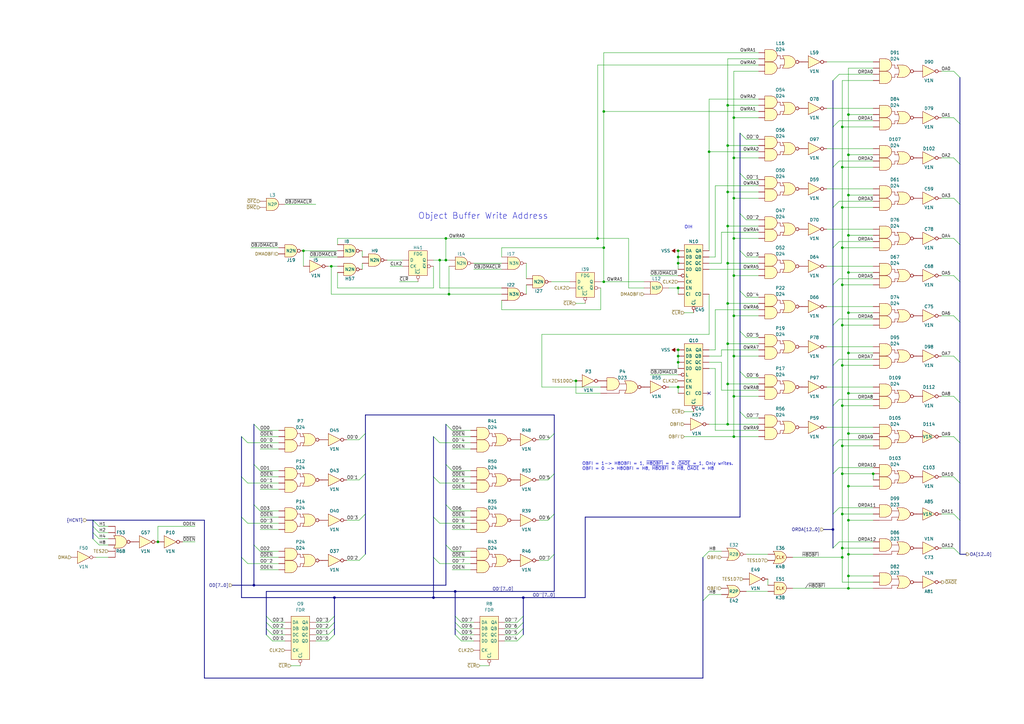
<source format=kicad_sch>
(kicad_sch (version 20230121) (generator eeschema)
  (paper "A3")
  (title_block (title "Konami 007783") (date "2023-10-10"))
  (junction (at 300.99 179.07))
  (junction (at 347.98 241.3))
  (junction (at 345.44 149.86))
  (junction (at 298.45 43.18))
  (junction (at 345.44 101.6))
  (junction (at 345.44 182.88))
  (junction (at 236.22 156.21))
  (junction (at 214.63 245.11))
  (junction (at 298.45 140.97))
  (junction (at 345.44 52.07))
  (junction (at 345.44 194.31))
  (junction (at 345.44 210.82))
  (junction (at 137.16 245.11))
  (junction (at 300.99 48.26))
  (junction (at 298.45 124.46))
  (junction (at 300.99 146.05))
  (junction (at 300.99 113.03))
  (junction (at 300.99 64.77))
  (junction (at 347.98 213.36))
  (junction (at 245.11 97.79))
  (junction (at 247.65 115.57))
  (junction (at 341.63 217.17))
  (junction (at 182.88 106.68))
  (junction (at 347.98 96.52))
  (junction (at 186.69 242.57))
  (junction (at 298.45 92.71))
  (junction (at 298.45 173.99))
  (junction (at 347.98 177.8))
  (junction (at 298.45 78.74))
  (junction (at 300.99 162.56))
  (junction (at 347.98 199.39))
  (junction (at 64.77 222.25))
  (junction (at 347.98 236.22))
  (junction (at 177.8 245.11))
  (junction (at 345.44 228.6))
  (junction (at 345.44 68.58))
  (junction (at 182.88 97.79))
  (junction (at 278.13 143.51))
  (junction (at 298.45 59.69))
  (junction (at 347.98 80.01))
  (junction (at 358.14 194.31))
  (junction (at 347.98 161.29))
  (junction (at 124.46 102.87))
  (junction (at 345.44 116.84))
  (junction (at 278.13 118.11))
  (junction (at 345.44 166.37))
  (junction (at 300.99 81.28))
  (junction (at 290.83 62.23))
  (junction (at 347.98 111.76))
  (junction (at 347.98 144.78))
  (junction (at 347.98 63.5))
  (junction (at 278.13 102.87))
  (junction (at 278.13 158.75))
  (junction (at 298.45 157.48))
  (junction (at 347.98 46.99))
  (junction (at 278.13 148.59))
  (junction (at 345.44 133.35))
  (junction (at 347.98 128.27))
  (junction (at 298.45 107.95))
  (junction (at 345.44 85.09))
  (junction (at 278.13 107.95))
  (junction (at 180.34 106.68))
  (junction (at 278.13 105.41))
  (junction (at 300.99 97.79))
  (junction (at 347.98 227.33))
  (junction (at 247.65 101.6))
  (junction (at 104.14 240.03))
  (junction (at 247.65 45.72))
  (junction (at 184.15 120.65))
  (junction (at 345.44 224.79))
  (junction (at 278.13 146.05))
  (junction (at 300.99 129.54))
  (junction (at 135.89 109.22))
  (no_connect (at 290.83 161.29))
  (bus_entry (at 341.63 194.31) (size 2.54 -2.54))
  (bus_entry (at 147.32 180.34) (size 2.54 -2.54))
  (bus_entry (at 391.16 146.05) (size 2.54 2.54))
  (bus_entry (at 391.16 195.58) (size 2.54 2.54))
  (bus_entry (at 391.16 48.26) (size 2.54 2.54))
  (bus_entry (at 341.63 101.6) (size 2.54 -2.54))
  (bus_entry (at 38.1 218.44) (size 2.54 2.54))
  (bus_entry (at 224.79 229.87) (size 2.54 -2.54))
  (bus_entry (at 147.32 229.87) (size 2.54 -2.54))
  (bus_entry (at 303.53 119.38) (size 2.54 2.54))
  (bus_entry (at 38.1 220.98) (size 2.54 2.54))
  (bus_entry (at 391.16 113.03) (size 2.54 2.54))
  (bus_entry (at 177.8 179.07) (size 2.54 2.54))
  (bus_entry (at 134.62 262.89) (size 2.54 -2.54))
  (bus_entry (at 99.06 212.09) (size 2.54 2.54))
  (bus_entry (at 182.88 173.99) (size 2.54 2.54))
  (bus_entry (at 341.63 166.37) (size 2.54 -2.54))
  (bus_entry (at 104.14 173.99) (size 2.54 2.54))
  (bus_entry (at 134.62 257.81) (size 2.54 -2.54))
  (bus_entry (at 303.53 71.12) (size 2.54 2.54))
  (bus_entry (at 341.63 33.02) (size 2.54 -2.54))
  (bus_entry (at 303.53 152.4) (size 2.54 2.54))
  (bus_entry (at 182.88 207.01) (size 2.54 2.54))
  (bus_entry (at 109.22 252.73) (size 2.54 2.54))
  (bus_entry (at 341.63 68.58) (size 2.54 -2.54))
  (bus_entry (at 109.22 260.35) (size 2.54 2.54))
  (bus_entry (at 212.09 260.35) (size 2.54 -2.54))
  (bus_entry (at 134.62 255.27) (size 2.54 -2.54))
  (bus_entry (at 391.16 224.79) (size 2.54 2.54))
  (bus_entry (at 303.53 168.91) (size 2.54 2.54))
  (bus_entry (at 391.16 179.07) (size 2.54 2.54))
  (bus_entry (at 104.14 223.52) (size 2.54 2.54))
  (bus_entry (at 104.14 207.01) (size 2.54 2.54))
  (bus_entry (at 391.16 162.56) (size 2.54 2.54))
  (bus_entry (at 38.1 215.9) (size 2.54 2.54))
  (bus_entry (at 303.53 135.89) (size 2.54 2.54))
  (bus_entry (at 341.63 133.35) (size 2.54 -2.54))
  (bus_entry (at 341.63 52.07) (size 2.54 -2.54))
  (bus_entry (at 341.63 149.86) (size 2.54 -2.54))
  (bus_entry (at 341.63 224.79) (size 2.54 -2.54))
  (bus_entry (at 134.62 260.35) (size 2.54 -2.54))
  (bus_entry (at 303.53 54.61) (size 2.54 2.54))
  (bus_entry (at 38.1 213.36) (size 2.54 2.54))
  (bus_entry (at 288.29 228.6) (size 2.54 -2.54))
  (bus_entry (at 177.8 212.09) (size 2.54 2.54))
  (bus_entry (at 99.06 195.58) (size 2.54 2.54))
  (bus_entry (at 186.69 255.27) (size 2.54 2.54))
  (bus_entry (at 186.69 252.73) (size 2.54 2.54))
  (bus_entry (at 391.16 97.79) (size 2.54 2.54))
  (bus_entry (at 177.8 195.58) (size 2.54 2.54))
  (bus_entry (at 303.53 87.63) (size 2.54 2.54))
  (bus_entry (at 391.16 29.21) (size 2.54 2.54))
  (bus_entry (at 391.16 81.28) (size 2.54 2.54))
  (bus_entry (at 391.16 210.82) (size 2.54 2.54))
  (bus_entry (at 147.32 196.85) (size 2.54 -2.54))
  (bus_entry (at 147.32 213.36) (size 2.54 -2.54))
  (bus_entry (at 224.79 196.85) (size 2.54 -2.54))
  (bus_entry (at 341.63 210.82) (size 2.54 -2.54))
  (bus_entry (at 212.09 255.27) (size 2.54 -2.54))
  (bus_entry (at 109.22 257.81) (size 2.54 2.54))
  (bus_entry (at 104.14 190.5) (size 2.54 2.54))
  (bus_entry (at 182.88 223.52) (size 2.54 2.54))
  (bus_entry (at 391.16 64.77) (size 2.54 2.54))
  (bus_entry (at 182.88 190.5) (size 2.54 2.54))
  (bus_entry (at 391.16 129.54) (size 2.54 2.54))
  (bus_entry (at 224.79 180.34) (size 2.54 -2.54))
  (bus_entry (at 341.63 116.84) (size 2.54 -2.54))
  (bus_entry (at 99.06 228.6) (size 2.54 2.54))
  (bus_entry (at 224.79 213.36) (size 2.54 -2.54))
  (bus_entry (at 212.09 262.89) (size 2.54 -2.54))
  (bus_entry (at 303.53 102.87) (size 2.54 2.54))
  (bus_entry (at 109.22 255.27) (size 2.54 2.54))
  (bus_entry (at 341.63 182.88) (size 2.54 -2.54))
  (bus_entry (at 212.09 257.81) (size 2.54 -2.54))
  (bus_entry (at 341.63 85.09) (size 2.54 -2.54))
  (bus_entry (at 177.8 228.6) (size 2.54 2.54))
  (bus_entry (at 186.69 257.81) (size 2.54 2.54))
  (bus_entry (at 288.29 246.38) (size 2.54 -2.54))
  (bus_entry (at 186.69 260.35) (size 2.54 2.54))
  (bus_entry (at 99.06 179.07) (size 2.54 2.54))
  (bus (pts (xy 38.1 218.44) (xy 38.1 215.9)))
  (bus (pts (xy 177.8 195.58) (xy 177.8 212.09)))
  (wire (pts (xy 386.08 81.28) (xy 391.16 81.28)))
  (bus (pts (xy 182.88 207.01) (xy 182.88 223.52)))
  (wire (pts (xy 300.99 81.28) (xy 300.99 97.79)))
  (wire (pts (xy 135.89 109.22) (xy 138.43 109.22)))
  (bus (pts (xy 341.63 217.17) (xy 341.63 224.79)))
  (wire (pts (xy 358.14 194.31) (xy 358.14 196.85)))
  (wire (pts (xy 106.68 209.55) (xy 114.3 209.55)))
  (wire (pts (xy 300.99 113.03) (xy 311.15 113.03)))
  (bus (pts (xy 393.7 165.1) (xy 393.7 181.61)))
  (wire (pts (xy 345.44 238.76) (xy 345.44 228.6)))
  (wire (pts (xy 345.44 182.88) (xy 358.14 182.88)))
  (bus (pts (xy 341.63 166.37) (xy 341.63 182.88)))
  (bus (pts (xy 303.53 135.89) (xy 303.53 152.4)))
  (wire (pts (xy 347.98 128.27) (xy 358.14 128.27)))
  (wire (pts (xy 138.43 97.79) (xy 138.43 100.33)))
  (wire (pts (xy 347.98 144.78) (xy 358.14 144.78)))
  (wire (pts (xy 64.77 215.9) (xy 64.77 222.25)))
  (wire (pts (xy 300.99 48.26) (xy 311.15 48.26)))
  (wire (pts (xy 345.44 149.86) (xy 345.44 166.37)))
  (wire (pts (xy 314.96 237.49) (xy 314.96 240.03)))
  (wire (pts (xy 298.45 43.18) (xy 311.15 43.18)))
  (wire (pts (xy 311.15 26.67) (xy 245.11 26.67)))
  (wire (pts (xy 106.68 233.68) (xy 114.3 233.68)))
  (bus (pts (xy 341.63 68.58) (xy 341.63 85.09)))
  (wire (pts (xy 280.67 179.07) (xy 300.99 179.07)))
  (wire (pts (xy 358.14 238.76) (xy 345.44 238.76)))
  (bus (pts (xy 149.86 177.8) (xy 149.86 194.31)))
  (wire (pts (xy 298.45 78.74) (xy 298.45 92.71)))
  (wire (pts (xy 207.01 262.89) (xy 212.09 262.89)))
  (wire (pts (xy 205.74 105.41) (xy 205.74 101.6)))
  (wire (pts (xy 106.68 184.15) (xy 114.3 184.15)))
  (wire (pts (xy 142.24 229.87) (xy 147.32 229.87)))
  (wire (pts (xy 189.23 262.89) (xy 194.31 262.89)))
  (bus (pts (xy 186.69 257.81) (xy 186.69 255.27)))
  (wire (pts (xy 298.45 78.74) (xy 311.15 78.74)))
  (wire (pts (xy 246.38 161.29) (xy 236.22 161.29)))
  (bus (pts (xy 38.1 215.9) (xy 38.1 213.36)))
  (wire (pts (xy 347.98 241.3) (xy 358.14 241.3)))
  (wire (pts (xy 298.45 157.48) (xy 298.45 173.99)))
  (bus (pts (xy 214.63 260.35) (xy 214.63 257.81)))
  (wire (pts (xy 295.91 148.59) (xy 290.83 148.59)))
  (wire (pts (xy 64.77 215.9) (xy 80.01 215.9)))
  (bus (pts (xy 214.63 245.11) (xy 177.8 245.11)))
  (wire (pts (xy 300.99 97.79) (xy 300.99 113.03)))
  (wire (pts (xy 124.46 102.87) (xy 124.46 109.22)))
  (wire (pts (xy 306.07 90.17) (xy 311.15 90.17)))
  (wire (pts (xy 180.34 181.61) (xy 193.04 181.61)))
  (bus (pts (xy 104.14 207.01) (xy 104.14 223.52)))
  (bus (pts (xy 393.7 213.36) (xy 393.7 227.33)))
  (wire (pts (xy 347.98 177.8) (xy 347.98 161.29)))
  (wire (pts (xy 386.08 195.58) (xy 391.16 195.58)))
  (wire (pts (xy 339.09 93.98) (xy 358.14 93.98)))
  (bus (pts (xy 341.63 85.09) (xy 341.63 101.6)))
  (wire (pts (xy 345.44 149.86) (xy 358.14 149.86)))
  (bus (pts (xy 303.53 212.09) (xy 303.53 168.91)))
  (wire (pts (xy 101.6 214.63) (xy 114.3 214.63)))
  (wire (pts (xy 345.44 133.35) (xy 345.44 149.86)))
  (wire (pts (xy 345.44 116.84) (xy 358.14 116.84)))
  (wire (pts (xy 347.98 111.76) (xy 358.14 111.76)))
  (wire (pts (xy 347.98 227.33) (xy 358.14 227.33)))
  (bus (pts (xy 341.63 194.31) (xy 341.63 210.82)))
  (bus (pts (xy 186.69 260.35) (xy 186.69 257.81)))
  (wire (pts (xy 358.14 80.01) (xy 347.98 80.01)))
  (wire (pts (xy 245.11 97.79) (xy 257.81 97.79)))
  (bus (pts (xy 288.29 246.38) (xy 288.29 278.13)))
  (wire (pts (xy 278.13 102.87) (xy 278.13 105.41)))
  (wire (pts (xy 290.83 226.06) (xy 295.91 226.06)))
  (wire (pts (xy 185.42 226.06) (xy 193.04 226.06)))
  (wire (pts (xy 160.02 109.22) (xy 165.1 109.22)))
  (wire (pts (xy 306.07 138.43) (xy 311.15 138.43)))
  (wire (pts (xy 300.99 97.79) (xy 311.15 97.79)))
  (bus (pts (xy 109.22 257.81) (xy 109.22 260.35)))
  (wire (pts (xy 129.54 262.89) (xy 134.62 262.89)))
  (bus (pts (xy 186.69 242.57) (xy 109.22 242.57)))
  (wire (pts (xy 290.83 62.23) (xy 311.15 62.23)))
  (wire (pts (xy 345.44 182.88) (xy 345.44 166.37)))
  (wire (pts (xy 306.07 57.15) (xy 311.15 57.15)))
  (wire (pts (xy 290.83 243.84) (xy 295.91 243.84)))
  (wire (pts (xy 180.34 106.68) (xy 182.88 106.68)))
  (wire (pts (xy 185.42 184.15) (xy 193.04 184.15)))
  (wire (pts (xy 226.06 115.57) (xy 233.68 115.57)))
  (wire (pts (xy 358.14 96.52) (xy 347.98 96.52)))
  (wire (pts (xy 290.83 107.95) (xy 295.91 107.95)))
  (wire (pts (xy 298.45 59.69) (xy 311.15 59.69)))
  (wire (pts (xy 293.37 176.53) (xy 311.15 176.53)))
  (wire (pts (xy 180.34 198.12) (xy 193.04 198.12)))
  (wire (pts (xy 344.17 222.25) (xy 358.14 222.25)))
  (wire (pts (xy 347.98 128.27) (xy 347.98 111.76)))
  (wire (pts (xy 345.44 194.31) (xy 345.44 210.82)))
  (bus (pts (xy 186.69 252.73) (xy 186.69 242.57)))
  (bus (pts (xy 393.7 181.61) (xy 393.7 198.12)))
  (bus (pts (xy 337.82 217.17) (xy 341.63 217.17)))
  (wire (pts (xy 290.83 120.65) (xy 290.83 137.16)))
  (bus (pts (xy 109.22 242.57) (xy 109.22 252.73)))
  (wire (pts (xy 180.34 214.63) (xy 193.04 214.63)))
  (wire (pts (xy 344.17 191.77) (xy 358.14 191.77)))
  (bus (pts (xy 393.7 100.33) (xy 393.7 115.57)))
  (wire (pts (xy 347.98 80.01) (xy 347.98 96.52)))
  (bus (pts (xy 341.63 101.6) (xy 341.63 116.84)))
  (wire (pts (xy 300.99 81.28) (xy 311.15 81.28)))
  (wire (pts (xy 339.09 25.4) (xy 358.14 25.4)))
  (bus (pts (xy 341.63 33.02) (xy 341.63 52.07)))
  (wire (pts (xy 345.44 33.02) (xy 358.14 33.02)))
  (bus (pts (xy 177.8 212.09) (xy 177.8 228.6)))
  (wire (pts (xy 298.45 124.46) (xy 311.15 124.46)))
  (wire (pts (xy 182.88 97.79) (xy 182.88 106.68)))
  (wire (pts (xy 246.38 118.11) (xy 246.38 127)))
  (wire (pts (xy 344.17 114.3) (xy 358.14 114.3)))
  (wire (pts (xy 300.99 29.21) (xy 300.99 48.26)))
  (wire (pts (xy 236.22 161.29) (xy 236.22 156.21)))
  (wire (pts (xy 345.44 210.82) (xy 358.14 210.82)))
  (bus (pts (xy 227.33 242.57) (xy 227.33 227.33)))
  (wire (pts (xy 185.42 195.58) (xy 193.04 195.58)))
  (wire (pts (xy 220.98 229.87) (xy 224.79 229.87)))
  (wire (pts (xy 247.65 21.59) (xy 247.65 45.72)))
  (wire (pts (xy 300.99 146.05) (xy 311.15 146.05)))
  (wire (pts (xy 386.08 224.79) (xy 391.16 224.79)))
  (wire (pts (xy 207.01 260.35) (xy 212.09 260.35)))
  (wire (pts (xy 344.17 208.28) (xy 358.14 208.28)))
  (bus (pts (xy 177.8 179.07) (xy 177.8 195.58)))
  (wire (pts (xy 300.99 162.56) (xy 300.99 179.07)))
  (wire (pts (xy 344.17 82.55) (xy 358.14 82.55)))
  (wire (pts (xy 234.95 156.21) (xy 236.22 156.21)))
  (wire (pts (xy 306.07 227.33) (xy 314.96 227.33)))
  (bus (pts (xy 393.7 83.82) (xy 393.7 100.33)))
  (bus (pts (xy 95.25 240.03) (xy 104.14 240.03)))
  (wire (pts (xy 189.23 260.35) (xy 194.31 260.35)))
  (bus (pts (xy 99.06 228.6) (xy 99.06 245.11)))
  (wire (pts (xy 39.37 228.6) (xy 44.45 228.6)))
  (bus (pts (xy 83.82 213.36) (xy 38.1 213.36)))
  (wire (pts (xy 298.45 24.13) (xy 311.15 24.13)))
  (wire (pts (xy 295.91 146.05) (xy 295.91 143.51)))
  (wire (pts (xy 129.54 260.35) (xy 134.62 260.35)))
  (wire (pts (xy 278.13 118.11) (xy 278.13 120.65)))
  (wire (pts (xy 345.44 68.58) (xy 358.14 68.58)))
  (bus (pts (xy 303.53 119.38) (xy 303.53 135.89)))
  (wire (pts (xy 138.43 97.79) (xy 182.88 97.79)))
  (bus (pts (xy 109.22 255.27) (xy 109.22 257.81)))
  (bus (pts (xy 288.29 228.6) (xy 288.29 246.38)))
  (wire (pts (xy 290.83 146.05) (xy 295.91 146.05)))
  (bus (pts (xy 99.06 245.11) (xy 137.16 245.11)))
  (wire (pts (xy 280.67 168.91) (xy 284.48 168.91)))
  (wire (pts (xy 300.99 64.77) (xy 300.99 81.28)))
  (wire (pts (xy 345.44 33.02) (xy 345.44 52.07)))
  (wire (pts (xy 290.83 105.41) (xy 293.37 105.41)))
  (wire (pts (xy 180.34 118.11) (xy 180.34 106.68)))
  (wire (pts (xy 194.31 110.49) (xy 205.74 110.49)))
  (wire (pts (xy 306.07 154.94) (xy 311.15 154.94)))
  (wire (pts (xy 106.68 193.04) (xy 114.3 193.04)))
  (wire (pts (xy 177.8 109.22) (xy 177.8 118.11)))
  (wire (pts (xy 138.43 118.11) (xy 138.43 111.76)))
  (bus (pts (xy 303.53 152.4) (xy 303.53 168.91)))
  (bus (pts (xy 341.63 149.86) (xy 341.63 166.37)))
  (wire (pts (xy 158.75 106.68) (xy 165.1 106.68)))
  (wire (pts (xy 293.37 76.2) (xy 293.37 105.41)))
  (wire (pts (xy 180.34 118.11) (xy 205.74 118.11)))
  (bus (pts (xy 137.16 245.11) (xy 177.8 245.11)))
  (bus (pts (xy 182.88 173.99) (xy 182.88 190.5)))
  (wire (pts (xy 300.99 146.05) (xy 300.99 162.56)))
  (wire (pts (xy 300.99 129.54) (xy 300.99 146.05)))
  (wire (pts (xy 386.08 64.77) (xy 391.16 64.77)))
  (wire (pts (xy 386.08 146.05) (xy 391.16 146.05)))
  (wire (pts (xy 222.25 158.75) (xy 246.38 158.75)))
  (bus (pts (xy 393.7 227.33) (xy 396.24 227.33)))
  (wire (pts (xy 345.44 101.6) (xy 358.14 101.6)))
  (wire (pts (xy 185.42 217.17) (xy 193.04 217.17)))
  (wire (pts (xy 247.65 115.57) (xy 264.16 115.57)))
  (wire (pts (xy 207.01 255.27) (xy 212.09 255.27)))
  (wire (pts (xy 163.83 115.57) (xy 171.45 115.57)))
  (wire (pts (xy 339.09 142.24) (xy 358.14 142.24)))
  (wire (pts (xy 185.42 228.6) (xy 193.04 228.6)))
  (wire (pts (xy 106.68 195.58) (xy 114.3 195.58)))
  (wire (pts (xy 347.98 236.22) (xy 347.98 241.3)))
  (wire (pts (xy 257.81 118.11) (xy 264.16 118.11)))
  (wire (pts (xy 205.74 101.6) (xy 247.65 101.6)))
  (wire (pts (xy 295.91 107.95) (xy 295.91 95.25)))
  (wire (pts (xy 344.17 130.81) (xy 358.14 130.81)))
  (wire (pts (xy 290.83 137.16) (xy 222.25 137.16)))
  (wire (pts (xy 298.45 124.46) (xy 298.45 140.97)))
  (bus (pts (xy 288.29 278.13) (xy 83.82 278.13)))
  (bus (pts (xy 227.33 194.31) (xy 227.33 210.82)))
  (wire (pts (xy 106.68 179.07) (xy 114.3 179.07)))
  (wire (pts (xy 345.44 101.6) (xy 345.44 116.84)))
  (wire (pts (xy 347.98 27.94) (xy 358.14 27.94)))
  (bus (pts (xy 137.16 255.27) (xy 137.16 257.81)))
  (bus (pts (xy 341.63 116.84) (xy 341.63 133.35)))
  (wire (pts (xy 295.91 95.25) (xy 311.15 95.25)))
  (wire (pts (xy 347.98 63.5) (xy 358.14 63.5)))
  (wire (pts (xy 106.68 228.6) (xy 114.3 228.6)))
  (wire (pts (xy 290.83 40.64) (xy 290.83 62.23)))
  (wire (pts (xy 215.9 107.95) (xy 215.9 114.3)))
  (bus (pts (xy 186.69 242.57) (xy 227.33 242.57)))
  (wire (pts (xy 311.15 76.2) (xy 293.37 76.2)))
  (bus (pts (xy 240.03 212.09) (xy 240.03 245.11)))
  (bus (pts (xy 341.63 182.88) (xy 341.63 194.31)))
  (wire (pts (xy 306.07 121.92) (xy 311.15 121.92)))
  (wire (pts (xy 129.54 257.81) (xy 134.62 257.81)))
  (wire (pts (xy 300.99 48.26) (xy 300.99 64.77)))
  (wire (pts (xy 347.98 144.78) (xy 347.98 128.27)))
  (wire (pts (xy 386.08 129.54) (xy 391.16 129.54)))
  (wire (pts (xy 300.99 29.21) (xy 311.15 29.21)))
  (wire (pts (xy 347.98 96.52) (xy 347.98 111.76)))
  (bus (pts (xy 227.33 170.18) (xy 227.33 177.8)))
  (wire (pts (xy 278.13 143.51) (xy 278.13 146.05)))
  (wire (pts (xy 111.76 255.27) (xy 116.84 255.27)))
  (wire (pts (xy 222.25 137.16) (xy 222.25 158.75)))
  (bus (pts (xy 182.88 223.52) (xy 182.88 240.03)))
  (wire (pts (xy 306.07 242.57) (xy 314.96 242.57)))
  (wire (pts (xy 129.54 255.27) (xy 134.62 255.27)))
  (bus (pts (xy 182.88 190.5) (xy 182.88 207.01)))
  (wire (pts (xy 182.88 106.68) (xy 184.15 106.68)))
  (wire (pts (xy 344.17 180.34) (xy 358.14 180.34)))
  (wire (pts (xy 295.91 160.02) (xy 311.15 160.02)))
  (bus (pts (xy 83.82 278.13) (xy 83.82 213.36)))
  (wire (pts (xy 142.24 213.36) (xy 147.32 213.36)))
  (wire (pts (xy 247.65 115.57) (xy 246.38 115.57)))
  (bus (pts (xy 99.06 212.09) (xy 99.06 228.6)))
  (wire (pts (xy 236.22 124.46) (xy 240.03 124.46)))
  (wire (pts (xy 293.37 143.51) (xy 293.37 127)))
  (wire (pts (xy 386.08 97.79) (xy 391.16 97.79)))
  (wire (pts (xy 184.15 120.65) (xy 205.74 120.65)))
  (wire (pts (xy 345.44 210.82) (xy 345.44 224.79)))
  (wire (pts (xy 339.09 77.47) (xy 358.14 77.47)))
  (wire (pts (xy 196.85 273.05) (xy 200.66 273.05)))
  (wire (pts (xy 177.8 118.11) (xy 138.43 118.11)))
  (wire (pts (xy 278.13 148.59) (xy 278.13 151.13)))
  (wire (pts (xy 274.32 158.75) (xy 278.13 158.75)))
  (wire (pts (xy 205.74 127) (xy 246.38 127)))
  (wire (pts (xy 111.76 262.89) (xy 116.84 262.89)))
  (wire (pts (xy 278.13 146.05) (xy 278.13 148.59)))
  (bus (pts (xy 38.1 220.98) (xy 38.1 218.44)))
  (wire (pts (xy 306.07 171.45) (xy 311.15 171.45)))
  (wire (pts (xy 358.14 236.22) (xy 347.98 236.22)))
  (bus (pts (xy 227.33 177.8) (xy 227.33 194.31)))
  (wire (pts (xy 345.44 68.58) (xy 345.44 85.09)))
  (wire (pts (xy 185.42 176.53) (xy 193.04 176.53)))
  (wire (pts (xy 101.6 231.14) (xy 114.3 231.14)))
  (wire (pts (xy 345.44 166.37) (xy 358.14 166.37)))
  (wire (pts (xy 257.81 118.11) (xy 257.81 97.79)))
  (wire (pts (xy 189.23 257.81) (xy 194.31 257.81)))
  (bus (pts (xy 393.7 132.08) (xy 393.7 148.59)))
  (wire (pts (xy 344.17 49.53) (xy 358.14 49.53)))
  (wire (pts (xy 347.98 213.36) (xy 347.98 199.39)))
  (bus (pts (xy 341.63 210.82) (xy 341.63 217.17)))
  (wire (pts (xy 134.62 109.22) (xy 135.89 109.22)))
  (bus (pts (xy 186.69 255.27) (xy 186.69 252.73)))
  (wire (pts (xy 215.9 120.65) (xy 215.9 116.84)))
  (wire (pts (xy 274.32 118.11) (xy 278.13 118.11)))
  (wire (pts (xy 182.88 97.79) (xy 245.11 97.79)))
  (wire (pts (xy 298.45 92.71) (xy 311.15 92.71)))
  (bus (pts (xy 149.86 210.82) (xy 149.86 227.33)))
  (wire (pts (xy 339.09 175.26) (xy 358.14 175.26)))
  (bus (pts (xy 393.7 148.59) (xy 393.7 165.1)))
  (wire (pts (xy 345.44 228.6) (xy 345.44 224.79)))
  (wire (pts (xy 300.99 179.07) (xy 311.15 179.07)))
  (bus (pts (xy 137.16 245.11) (xy 137.16 252.73)))
  (wire (pts (xy 311.15 157.48) (xy 298.45 157.48)))
  (wire (pts (xy 347.98 63.5) (xy 347.98 46.99)))
  (wire (pts (xy 40.64 215.9) (xy 44.45 215.9)))
  (wire (pts (xy 111.76 257.81) (xy 116.84 257.81)))
  (wire (pts (xy 220.98 213.36) (xy 224.79 213.36)))
  (wire (pts (xy 386.08 179.07) (xy 391.16 179.07)))
  (wire (pts (xy 306.07 73.66) (xy 311.15 73.66)))
  (wire (pts (xy 111.76 260.35) (xy 116.84 260.35)))
  (wire (pts (xy 345.44 224.79) (xy 358.14 224.79)))
  (wire (pts (xy 185.42 233.68) (xy 193.04 233.68)))
  (wire (pts (xy 347.98 80.01) (xy 347.98 63.5)))
  (wire (pts (xy 298.45 92.71) (xy 298.45 107.95)))
  (wire (pts (xy 119.38 273.05) (xy 123.19 273.05)))
  (wire (pts (xy 180.34 231.14) (xy 193.04 231.14)))
  (wire (pts (xy 205.74 127) (xy 205.74 123.19)))
  (wire (pts (xy 40.64 218.44) (xy 44.45 218.44)))
  (wire (pts (xy 298.45 43.18) (xy 298.45 59.69)))
  (bus (pts (xy 99.06 179.07) (xy 99.06 195.58)))
  (wire (pts (xy 266.7 113.03) (xy 278.13 113.03)))
  (wire (pts (xy 298.45 59.69) (xy 298.45 78.74)))
  (wire (pts (xy 293.37 127) (xy 311.15 127)))
  (wire (pts (xy 300.99 113.03) (xy 300.99 129.54)))
  (bus (pts (xy 393.7 31.75) (xy 393.7 50.8)))
  (wire (pts (xy 185.42 193.04) (xy 193.04 193.04)))
  (wire (pts (xy 345.44 85.09) (xy 345.44 101.6)))
  (wire (pts (xy 347.98 199.39) (xy 358.14 199.39)))
  (wire (pts (xy 345.44 52.07) (xy 345.44 68.58)))
  (wire (pts (xy 290.83 62.23) (xy 290.83 102.87)))
  (wire (pts (xy 347.98 213.36) (xy 347.98 227.33)))
  (wire (pts (xy 347.98 161.29) (xy 347.98 144.78)))
  (bus (pts (xy 227.33 170.18) (xy 149.86 170.18)))
  (wire (pts (xy 102.87 101.6) (xy 114.3 101.6)))
  (wire (pts (xy 40.64 223.52) (xy 44.45 223.52)))
  (wire (pts (xy 114.3 200.66) (xy 106.68 200.66)))
  (wire (pts (xy 298.45 140.97) (xy 298.45 157.48)))
  (bus (pts (xy 393.7 50.8) (xy 393.7 67.31)))
  (wire (pts (xy 295.91 160.02) (xy 295.91 148.59)))
  (wire (pts (xy 345.44 52.07) (xy 358.14 52.07)))
  (bus (pts (xy 214.63 252.73) (xy 214.63 245.11)))
  (wire (pts (xy 344.17 147.32) (xy 358.14 147.32)))
  (wire (pts (xy 386.08 162.56) (xy 391.16 162.56)))
  (wire (pts (xy 325.12 228.6) (xy 345.44 228.6)))
  (bus (pts (xy 104.14 190.5) (xy 104.14 207.01)))
  (bus (pts (xy 303.53 54.61) (xy 303.53 71.12)))
  (bus (pts (xy 240.03 245.11) (xy 214.63 245.11)))
  (bus (pts (xy 303.53 102.87) (xy 303.53 119.38)))
  (wire (pts (xy 245.11 26.67) (xy 245.11 97.79)))
  (bus (pts (xy 149.86 194.31) (xy 149.86 210.82)))
  (bus (pts (xy 341.63 52.07) (xy 341.63 68.58)))
  (wire (pts (xy 266.7 153.67) (xy 278.13 153.67)))
  (wire (pts (xy 194.31 107.95) (xy 205.74 107.95)))
  (wire (pts (xy 311.15 45.72) (xy 247.65 45.72)))
  (wire (pts (xy 325.12 241.3) (xy 347.98 241.3)))
  (wire (pts (xy 358.14 85.09) (xy 345.44 85.09)))
  (wire (pts (xy 106.68 176.53) (xy 114.3 176.53)))
  (wire (pts (xy 278.13 158.75) (xy 278.13 161.29)))
  (wire (pts (xy 347.98 236.22) (xy 347.98 227.33)))
  (wire (pts (xy 135.89 120.65) (xy 184.15 120.65)))
  (wire (pts (xy 127 105.41) (xy 138.43 105.41)))
  (wire (pts (xy 344.17 30.48) (xy 358.14 30.48)))
  (wire (pts (xy 106.68 217.17) (xy 114.3 217.17)))
  (wire (pts (xy 185.42 212.09) (xy 193.04 212.09)))
  (wire (pts (xy 124.46 102.87) (xy 138.43 102.87)))
  (wire (pts (xy 280.67 128.27) (xy 284.48 128.27)))
  (wire (pts (xy 298.45 140.97) (xy 311.15 140.97)))
  (bus (pts (xy 393.7 115.57) (xy 393.7 132.08)))
  (wire (pts (xy 344.17 99.06) (xy 358.14 99.06)))
  (bus (pts (xy 99.06 195.58) (xy 99.06 212.09)))
  (wire (pts (xy 40.64 220.98) (xy 44.45 220.98)))
  (wire (pts (xy 339.09 158.75) (xy 358.14 158.75)))
  (bus (pts (xy 137.16 257.81) (xy 137.16 260.35)))
  (wire (pts (xy 300.99 64.77) (xy 311.15 64.77)))
  (wire (pts (xy 148.59 107.95) (xy 148.59 110.49)))
  (wire (pts (xy 347.98 27.94) (xy 347.98 46.99)))
  (wire (pts (xy 220.98 196.85) (xy 224.79 196.85)))
  (wire (pts (xy 207.01 257.81) (xy 212.09 257.81)))
  (wire (pts (xy 358.14 161.29) (xy 347.98 161.29)))
  (bus (pts (xy 393.7 67.31) (xy 393.7 83.82)))
  (wire (pts (xy 220.98 180.34) (xy 224.79 180.34)))
  (wire (pts (xy 101.6 181.61) (xy 114.3 181.61)))
  (wire (pts (xy 339.09 44.45) (xy 358.14 44.45)))
  (wire (pts (xy 347.98 213.36) (xy 358.14 213.36)))
  (wire (pts (xy 185.42 200.66) (xy 193.04 200.66)))
  (wire (pts (xy 339.09 109.22) (xy 358.14 109.22)))
  (wire (pts (xy 339.09 60.96) (xy 358.14 60.96)))
  (wire (pts (xy 185.42 209.55) (xy 193.04 209.55)))
  (wire (pts (xy 345.44 182.88) (xy 345.44 194.31)))
  (wire (pts (xy 345.44 133.35) (xy 358.14 133.35)))
  (wire (pts (xy 300.99 129.54) (xy 311.15 129.54)))
  (wire (pts (xy 347.98 177.8) (xy 358.14 177.8)))
  (bus (pts (xy 214.63 255.27) (xy 214.63 252.73)))
  (wire (pts (xy 295.91 143.51) (xy 311.15 143.51)))
  (bus (pts (xy 303.53 212.09) (xy 240.03 212.09)))
  (wire (pts (xy 386.08 210.82) (xy 391.16 210.82)))
  (wire (pts (xy 290.83 40.64) (xy 311.15 40.64)))
  (wire (pts (xy 247.65 45.72) (xy 247.65 101.6)))
  (wire (pts (xy 247.65 101.6) (xy 247.65 115.57)))
  (bus (pts (xy 177.8 228.6) (xy 177.8 245.11)))
  (bus (pts (xy 104.14 240.03) (xy 182.88 240.03)))
  (bus (pts (xy 137.16 252.73) (xy 137.16 255.27)))
  (wire (pts (xy 278.13 107.95) (xy 278.13 110.49)))
  (wire (pts (xy 189.23 255.27) (xy 194.31 255.27)))
  (wire (pts (xy 345.44 194.31) (xy 358.14 194.31)))
  (wire (pts (xy 298.45 173.99) (xy 311.15 173.99)))
  (wire (pts (xy 101.6 198.12) (xy 114.3 198.12)))
  (wire (pts (xy 290.83 143.51) (xy 293.37 143.51)))
  (wire (pts (xy 293.37 151.13) (xy 293.37 176.53)))
  (bus (pts (xy 109.22 252.73) (xy 109.22 255.27)))
  (wire (pts (xy 116.84 83.82) (xy 129.54 83.82)))
  (bus (pts (xy 227.33 210.82) (xy 227.33 227.33)))
  (wire (pts (xy 339.09 125.73) (xy 358.14 125.73)))
  (bus (pts (xy 214.63 257.81) (xy 214.63 255.27)))
  (wire (pts (xy 347.98 46.99) (xy 358.14 46.99)))
  (wire (pts (xy 306.07 105.41) (xy 311.15 105.41)))
  (wire (pts (xy 185.42 179.07) (xy 193.04 179.07)))
  (wire (pts (xy 386.08 113.03) (xy 391.16 113.03)))
  (wire (pts (xy 142.24 196.85) (xy 147.32 196.85)))
  (wire (pts (xy 298.45 43.18) (xy 298.45 24.13)))
  (wire (pts (xy 345.44 116.84) (xy 345.44 133.35)))
  (bus (pts (xy 303.53 87.63) (xy 303.53 102.87)))
  (wire (pts (xy 386.08 29.21) (xy 391.16 29.21)))
  (wire (pts (xy 148.59 102.87) (xy 148.59 105.41)))
  (wire (pts (xy 177.8 106.68) (xy 180.34 106.68)))
  (wire (pts (xy 290.83 151.13) (xy 293.37 151.13)))
  (wire (pts (xy 298.45 107.95) (xy 311.15 107.95)))
  (bus (pts (xy 393.7 198.12) (xy 393.7 213.36)))
  (bus (pts (xy 149.86 170.18) (xy 149.86 177.8)))
  (wire (pts (xy 290.83 110.49) (xy 311.15 110.49)))
  (wire (pts (xy 106.68 226.06) (xy 114.3 226.06)))
  (bus (pts (xy 303.53 71.12) (xy 303.53 87.63)))
  (wire (pts (xy 135.89 109.22) (xy 135.89 120.65)))
  (wire (pts (xy 184.15 109.22) (xy 184.15 120.65)))
  (wire (pts (xy 106.68 212.09) (xy 114.3 212.09)))
  (bus (pts (xy 35.56 213.36) (xy 38.1 213.36)))
  (wire (pts (xy 74.93 222.25) (xy 80.01 222.25)))
  (wire (pts (xy 344.17 163.83) (xy 358.14 163.83)))
  (wire (pts (xy 142.24 180.34) (xy 147.32 180.34)))
  (wire (pts (xy 300.99 162.56) (xy 311.15 162.56)))
  (bus (pts (xy 341.63 133.35) (xy 341.63 149.86)))
  (wire (pts (xy 311.15 21.59) (xy 247.65 21.59)))
  (wire (pts (xy 290.83 173.99) (xy 298.45 173.99)))
  (wire (pts (xy 347.98 199.39) (xy 347.98 177.8)))
  (wire (pts (xy 278.13 105.41) (xy 278.13 107.95)))
  (bus (pts (xy 104.14 173.99) (xy 104.14 190.5)))
  (wire (pts (xy 298.45 107.95) (xy 298.45 124.46)))
  (wire (pts (xy 344.17 66.04) (xy 358.14 66.04)))
  (wire (pts (xy 386.08 48.26) (xy 391.16 48.26)))
  (bus (pts (xy 104.14 223.52) (xy 104.14 240.03)))
  (text "Object Buffer Write Address" (at 171.45 90.17 0) (effects (font (size 2.54 2.54)) (justify left bottom)))
  (text "OBFI = 1-> H8OBFI = 1, ~{H8OBFI} = 0, ~{OAOE} = 1, Only writes.\nOBFI = 0 -> H8OBFI = H8, ~{H8OBFI} = ~{H8}, ~{OAOE} = H8" (at 238.76 193.04 0) (effects (font (size 1.27 1.27)) (justify left bottom)))
  (text "OIH" (at 280.67 93.98 0) (effects (font (size 1.27 1.27)) (justify left bottom)))
  (label "OD2" (at 106.68 226.06 0))
  (label "OWRA1" (at 303.53 45.72 0))
  (label "OWRA2" (at 303.53 40.64 0))
  (label "OD1" (at 106.68 193.04 0))
  (label "OD''0" (at 306.07 57.15 0))
  (label "OD''5" (at 207.01 260.35 0))
  (label "OD'1" (at 111.76 260.35 0))
  (label "~{ODEN}" (at 185.42 212.09 0))
  (label "ORDA2" (at 351.79 66.04 0))
  (label "OD'2" (at 111.76 257.81 0))
  (label "OD''6" (at 207.01 257.81 0))
  (label "OD''3" (at 129.54 255.27 0))
  (label "~{ODEN}" (at 185.42 228.6 0))
  (label "OA2" (at 386.08 64.77 0))
  (label "OD''4" (at 185.42 181.61 0))
  (label "ORDA7" (at 351.79 147.32 0))
  (label "OA12" (at 386.08 224.79 0))
  (label "OWRA1" (at 303.53 21.59 0))
  (label "OD''1" (at 106.68 198.12 0))
  (label "OWRA2" (at 304.8 62.23 0))
  (label "OA7" (at 386.08 146.05 0))
  (label "ORDA9" (at 351.79 180.34 0))
  (label "OWRA8" (at 304.8 160.02 0))
  (label "OA0" (at 386.08 29.21 0))
  (label "OD''1" (at 306.07 73.66 0))
  (label "OD3" (at 106.68 209.55 0))
  (label "OD''4" (at 207.01 262.89 0))
  (label "OD''0" (at 129.54 262.89 0))
  (label "ORDA0" (at 351.79 30.48 0))
  (label "ODEN" (at 106.68 184.15 0))
  (label "ORDA3" (at 351.79 82.55 0))
  (label "OD''6" (at 306.07 154.94 0))
  (label "OD''4" (at 306.07 121.92 0))
  (label "~{H8OBFI}" (at 328.93 228.6 0))
  (label "OD0" (at 106.68 176.53 0))
  (label "~{OBJDMACLR}" (at 127 105.41 0))
  (label "OD''3" (at 106.68 214.63 0))
  (label "~{CLR}" (at 163.83 115.57 0))
  (label "OD'6" (at 189.23 257.81 0))
  (label "ODEN" (at 185.42 217.17 0))
  (label "ODEN" (at 106.68 233.68 0))
  (label "ODEN" (at 106.68 217.17 0))
  (label "ODEN" (at 185.42 233.68 0))
  (label "OD''2" (at 306.07 90.17 0))
  (label "OD''[7..0]" (at 218.44 245.11 0))
  (label "OD4" (at 185.42 176.53 0))
  (label "OD''6" (at 185.42 214.63 0))
  (label "ORDA1" (at 351.79 49.53 0))
  (label "OA5" (at 386.08 113.03 0))
  (label "OD6" (at 185.42 209.55 0))
  (label "OWRA9" (at 304.8 176.53 0))
  (label "OA8" (at 386.08 162.56 0))
  (label "OWRA0" (at 303.53 26.67 0))
  (label "OA9" (at 386.08 179.07 0))
  (label "H8" (at 290.83 243.84 0))
  (label "H8" (at 40.64 223.52 0))
  (label "H2" (at 40.64 218.44 0))
  (label "OD''7" (at 185.42 231.14 0))
  (label "~{ODEN}" (at 106.68 195.58 0))
  (label "ORDA5" (at 351.79 114.3 0))
  (label "ORDA8" (at 351.79 163.83 0))
  (label "OA10" (at 386.08 195.58 0))
  (label "ODEN" (at 185.42 184.15 0))
  (label "{slash}~{H8}~{OBFI}" (at 330.2 241.3 0))
  (label "ODEN" (at 106.68 200.66 0))
  (label "H4" (at 40.64 220.98 0))
  (label "ODEN" (at 185.42 200.66 0))
  (label "OWRA7" (at 304.8 143.51 0))
  (label "~{OBJDMACLR}" (at 266.7 113.03 0))
  (label "OWRA6" (at 304.8 127 0))
  (label "OA1" (at 386.08 48.26 0))
  (label "OD7" (at 185.42 226.06 0))
  (label "~{ODEN}" (at 106.68 212.09 0))
  (label "ODEN" (at 74.93 215.9 0))
  (label "OD'6" (at 220.98 213.36 0))
  (label "OWRA4" (at 304.8 95.25 0))
  (label "OD''3" (at 306.07 105.41 0))
  (label "~{ODEN}" (at 106.68 228.6 0))
  (label "ORDA12" (at 351.79 222.25 0))
  (label "OD'2" (at 142.24 229.87 0))
  (label "ORDA10" (at 351.79 191.77 0))
  (label "ORDA11" (at 351.79 208.28 0))
  (label "~{OBJDMACLR}" (at 102.87 101.6 0))
  (label "OD5" (at 185.42 193.04 0))
  (label "OD'0" (at 111.76 262.89 0))
  (label "H1" (at 40.64 215.9 0))
  (label "OD''0" (at 106.68 181.61 0))
  (label "H8" (at 290.83 226.06 0))
  (label "OWRA3" (at 304.8 76.2 0))
  (label "~{OBJDMACLR}" (at 266.7 153.67 0))
  (label "OD''2" (at 106.68 231.14 0))
  (label "OA6" (at 386.08 129.54 0))
  (label "ORDA4" (at 351.79 99.06 0))
  (label "~{ODEN}" (at 106.68 179.07 0))
  (label "OWRA0" (at 184.15 97.79 0))
  (label "OD''5" (at 185.42 198.12 0))
  (label "OD'3" (at 111.76 255.27 0))
  (label "OD'7" (at 189.23 255.27 0))
  (label "~{OBJDMACLR}" (at 194.31 110.49 0))
  (label "OD'3" (at 142.24 213.36 0))
  (label "OWRA1" (at 248.92 115.57 0))
  (label "~{ODEN}" (at 185.42 179.07 0))
  (label "OD''5" (at 306.07 138.43 0))
  (label "OA11" (at 386.08 210.82 0))
  (label "OA4" (at 386.08 97.79 0))
  (label "OD'7" (at 220.98 229.87 0))
  (label "OD''7" (at 306.07 171.45 0))
  (label "~{ODEN}" (at 185.42 195.58 0))
  (label "OD'5" (at 189.23 260.35 0))
  (label "OD'4" (at 220.98 180.34 0))
  (label "~{OBJDMACLR}" (at 116.84 83.82 0))
  (label "OA3" (at 386.08 81.28 0))
  (label "OD'1" (at 142.24 196.85 0))
  (label "ORDA6" (at 351.79 130.81 0))
  (label "~{ODEN}" (at 74.93 222.25 0))
  (label "OWRA5" (at 304.8 110.49 0))
  (label "OD'0" (at 142.24 180.34 0))
  (label "OD'5" (at 220.98 196.85 0))
  (label "OD''1" (at 129.54 260.35 0))
  (label "OD'[7..0]" (at 201.93 242.57 0))
  (label "OD''2" (at 129.54 257.81 0))
  (label "OD'4" (at 189.23 262.89 0))
  (label "OD''7" (at 207.01 255.27 0))
  (label "CLK2" (at 160.02 109.22 0))
  (hierarchical_label "DMAOBFI" (shape input) (at 264.16 120.65 180))
  (hierarchical_label "~{OAOE}" (shape output) (at 386.08 238.76 0))
  (hierarchical_label "~{CLR}" (shape input) (at 119.38 273.05 180))
  (hierarchical_label "CLK2" (shape input) (at 278.13 115.57 180))
  (hierarchical_label "CLK2" (shape input) (at 194.31 266.7 180))
  (hierarchical_label "TES1D0" (shape input) (at 234.95 156.21 180))
  (hierarchical_label "~{CLR}" (shape input) (at 280.67 128.27 180))
  (hierarchical_label "~{OFC}" (shape input) (at 106.68 82.55 180))
  (hierarchical_label "~{CLR}" (shape input) (at 280.67 168.91 180))
  (hierarchical_label "ORDA[12..0]" (shape input) (at 337.82 217.17 180))
  (hierarchical_label "OD[7..0]" (shape input) (at 95.25 240.03 180))
  (hierarchical_label "CLK2" (shape input) (at 278.13 156.21 180))
  (hierarchical_label "CLK2" (shape input) (at 116.84 266.7 180))
  (hierarchical_label "~{CLR}" (shape input) (at 236.22 124.46 180))
  (hierarchical_label "DMAOBFI" (shape input) (at 114.3 104.14 180))
  (hierarchical_label "{HCNT}" (shape input) (at 35.56 213.36 180))
  (hierarchical_label "~{DMC}" (shape input) (at 106.68 85.09 180))
  (hierarchical_label "OBFI" (shape input) (at 295.91 241.3 180))
  (hierarchical_label "TES1D7" (shape input) (at 314.96 229.87 180))
  (hierarchical_label "OBFI" (shape input) (at 295.91 228.6 180))
  (hierarchical_label "TES2" (shape input) (at 44.45 226.06 180))
  (hierarchical_label "OBFI" (shape input) (at 280.67 173.99 180))
  (hierarchical_label "OBFI'" (shape input) (at 280.67 179.07 180))
  (hierarchical_label "~{CLR}" (shape input) (at 196.85 273.05 180))
  (hierarchical_label "CLK2" (shape input) (at 233.68 118.11 180))
  (hierarchical_label "DMA" (shape input) (at 29.21 228.6 180))
  (hierarchical_label "OA[12..0]" (shape output) (at 396.24 227.33 0))
  (hierarchical_label "TES1D7" (shape input) (at 304.8 237.49 180))
  (symbol (lib_id "ga_fujitsu_av:D23") (at 367.03 224.79 0) (unit 1)
    (property "Reference" "D86" (at 367.03 218.44 0))
    (property "Value" "D23" (at 367.03 220.98 0))
  )
  (symbol (lib_id "ga_fujitsu_av:D24") (at 367.03 46.99 0) (unit 1)
    (property "Reference" "D84" (at 367.03 40.64 0))
    (property "Value" "D24" (at 367.03 43.18 0))
  )
  (symbol (lib_id "ga_fujitsu_av:V1N") (at 334.01 44.45 0) (unit 1)
    (property "Reference" "O78" (at 334.01 40.64 0))
    (property "Value" "V1N" (at 334.01 48.26 0))
  )
  (symbol (lib_id "ga_fujitsu_av:D24") (at 201.93 228.6 0) (unit 1)
    (property "Reference" "R43" (at 201.93 222.25 0))
    (property "Value" "D24" (at 201.93 224.79 0))
  )
  (symbol (lib_id "ga_fujitsu_av:V1N") (at 381 129.54 0) (unit 1)
    (property "Reference" "C75" (at 381 125.73 0))
    (property "Value" "V1N" (at 381 133.35 0))
  )
  (symbol (lib_id "ga_fujitsu_av:C45") (at 284.48 153.67 0) (unit 1)
    (property "Reference" "Q10" (at 284.48 139.7 0))
    (property "Value" "C45" (at 287.02 167.64 0))
  )
  (symbol (lib_id "ga_fujitsu_av:FDR") (at 123.19 261.62 0) (unit 1)
    (property "Reference" "O9" (at 123.19 247.65 0))
    (property "Value" "FDR" (at 123.19 250.19 0))
  )
  (symbol (lib_id "ga_fujitsu_av:D24") (at 320.04 157.48 0) (unit 1)
    (property "Reference" "P17" (at 320.04 151.13 0))
    (property "Value" "D24" (at 320.04 153.67 0))
  )
  (symbol (lib_id "ga_fujitsu_av:R2B") (at 300.99 227.33 0) (unit 1)
    (property "Reference" "E32" (at 300.99 223.52 0))
    (property "Value" "R2B" (at 300.99 227.33 0))
  )
  (symbol (lib_id "ga_fujitsu_av:V1N") (at 381 224.79 0) (unit 1)
    (property "Reference" "C73" (at 381 228.6 0))
    (property "Value" "V1N" (at 381 220.98 0))
  )
  (symbol (lib_id "ga_fujitsu_av:D24") (at 201.93 195.58 0) (unit 1)
    (property "Reference" "R50" (at 201.93 189.23 0))
    (property "Value" "D24" (at 201.93 191.77 0))
  )
  (symbol (lib_id "ga_fujitsu_av:V1N") (at 381 195.58 0) (unit 1)
    (property "Reference" "C103" (at 381 191.77 0))
    (property "Value" "V1N" (at 381 199.39 0))
  )
  (symbol (lib_id "ga_fujitsu_av:V1N") (at 137.16 180.34 0) (unit 1)
    (property "Reference" "O45" (at 137.16 176.53 0))
    (property "Value" "V1N" (at 137.16 184.15 0))
  )
  (symbol (lib_id "ga_fujitsu_av:D24") (at 367.03 177.8 0) (unit 1)
    (property "Reference" "D105" (at 367.03 171.45 0))
    (property "Value" "D24" (at 367.03 173.99 0))
  )
  (symbol (lib_id "ga_fujitsu_av:V1N") (at 334.01 125.73 0) (unit 1)
    (property "Reference" "D66" (at 334.01 121.92 0))
    (property "Value" "V1N" (at 334.01 129.54 0))
  )
  (symbol (lib_id "ga_fujitsu_av:V1N") (at 381 162.56 0) (unit 1)
    (property "Reference" "D112" (at 381 158.75 0))
    (property "Value" "V1N" (at 381 166.37 0))
  )
  (symbol (lib_id "ga_fujitsu_av:D24") (at 320.04 92.71 0) (unit 1)
    (property "Reference" "O47" (at 320.04 86.36 0))
    (property "Value" "D24" (at 320.04 88.9 0))
  )
  (symbol (lib_id "ga_fujitsu_av:D24") (at 123.19 179.07 0) (unit 1)
    (property "Reference" "P7" (at 123.19 172.72 0))
    (property "Value" "D24" (at 123.19 175.26 0))
  )
  (symbol (lib_id "ga_fujitsu_av:D24") (at 367.03 194.31 0) (unit 1)
    (property "Reference" "D103" (at 367.03 187.96 0))
    (property "Value" "D24" (at 367.03 190.5 0))
  )
  (symbol (lib_id "ga_fujitsu_av:D24") (at 123.19 212.09 0) (unit 1)
    (property "Reference" "P14" (at 123.19 205.74 0))
    (property "Value" "D24" (at 123.19 208.28 0))
  )
  (symbol (lib_id "ga_fujitsu_av:D24") (at 320.04 43.18 0) (unit 1)
    (property "Reference" "O54" (at 320.04 36.83 0))
    (property "Value" "D24" (at 320.04 39.37 0))
  )
  (symbol (lib_id "ga_fujitsu_av:V1N") (at 334.01 93.98 0) (unit 1)
    (property "Reference" "D70" (at 334.01 90.17 0))
    (property "Value" "V1N" (at 334.01 97.79 0))
  )
  (symbol (lib_id "ga_fujitsu_av:N2N") (at 119.38 102.87 0) (unit 1)
    (property "Reference" "J19" (at 119.38 106.68 0))
    (property "Value" "N2N" (at 119.38 102.87 0))
  )
  (symbol (lib_id "ga_fujitsu_av:V1N") (at 59.69 222.25 0) (unit 1)
    (property "Reference" "G57" (at 59.69 218.44 0))
    (property "Value" "V1N" (at 59.69 226.06 0))
  )
  (symbol (lib_id "ga_fujitsu_av:V1N") (at 334.01 109.22 0) (unit 1)
    (property "Reference" "D64" (at 334.01 105.41 0))
    (property "Value" "V1N" (at 334.01 113.03 0))
  )
  (symbol (lib_id "ga_fujitsu_av:V1N") (at 334.01 158.75 0) (unit 1)
    (property "Reference" "P97" (at 334.01 154.94 0))
    (property "Value" "V1N" (at 334.01 162.56 0))
  )
  (symbol (lib_id "ga_fujitsu_av:V1N") (at 381 81.28 0) (unit 1)
    (property "Reference" "C59" (at 381 77.47 0))
    (property "Value" "V1N" (at 381 85.09 0))
  )
  (symbol (lib_id "ga_fujitsu_av:D24") (at 123.19 228.6 0) (unit 1)
    (property "Reference" "P24" (at 123.19 222.25 0))
    (property "Value" "D24" (at 123.19 224.79 0))
  )
  (symbol (lib_id "ga_fujitsu_av:D24") (at 320.04 140.97 0) (unit 1)
    (property "Reference" "P19" (at 320.04 134.62 0))
    (property "Value" "D24" (at 320.04 137.16 0))
  )
  (symbol (lib_id "ga_fujitsu_av:N2N") (at 189.23 107.95 0) (unit 1)
    (property "Reference" "I14" (at 189.23 104.14 0))
    (property "Value" "N2N" (at 189.23 107.95 0))
  )
  (symbol (lib_id "ga_fujitsu_av:N3P") (at 269.24 118.11 0) (unit 1)
    (property "Reference" "L12" (at 269.24 114.3 0))
    (property "Value" "N3P" (at 269.24 118.11 0))
  )
  (symbol (lib_id "ga_fujitsu_av:D24") (at 320.04 107.95 0) (unit 1)
    (property "Reference" "O52" (at 320.04 101.6 0))
    (property "Value" "D24" (at 320.04 104.14 0))
  )
  (symbol (lib_id "ga_fujitsu_av:FDG") (at 171.45 107.95 0) (unit 1)
    (property "Reference" "H41" (at 171.45 101.6 0))
    (property "Value" "FDG" (at 171.45 104.14 0))
  )
  (symbol (lib_id "ga_fujitsu_av:D24") (at 367.03 80.01 0) (unit 1)
    (property "Reference" "D61" (at 367.03 73.66 0))
    (property "Value" "D24" (at 367.03 76.2 0))
  )
  (symbol (lib_id "ga_fujitsu_av:C45") (at 284.48 113.03 0) (unit 1)
    (property "Reference" "N10" (at 284.48 99.06 0))
    (property "Value" "C45" (at 287.02 127 0))
  )
  (symbol (lib_id "ga_fujitsu_av:D24") (at 320.04 173.99 0) (unit 1)
    (property "Reference" "R56" (at 320.04 167.64 0))
    (property "Value" "D24" (at 320.04 170.18 0))
  )
  (symbol (lib_id "ga_fujitsu_av:V1N") (at 381 210.82 0) (unit 1)
    (property "Reference" "A85" (at 381 205.74 0))
    (property "Value" "V1N" (at 380.3709 210.8371 0))
  )
  (symbol (lib_id "ga_fujitsu_av:V1N") (at 381 48.26 0) (unit 1)
    (property "Reference" "D79" (at 381 44.45 0))
    (property "Value" "V1N" (at 381 52.07 0))
  )
  (symbol (lib_id "ga_fujitsu_av:N2P") (at 111.76 83.82 0) (unit 1)
    (property "Reference" "L3" (at 111.76 80.01 0))
    (property "Value" "N2P" (at 111.76 83.82 0))
  )
  (symbol (lib_id "ga_fujitsu_av:V1N") (at 334.01 175.26 0) (unit 1)
    (property "Reference" "P59" (at 334.01 171.45 0))
    (property "Value" "V1N" (at 334.01 179.07 0))
  )
  (symbol (lib_id "ga_fujitsu_av:N2N") (at 153.67 106.68 0) (unit 1)
    (property "Reference" "H9" (at 153.67 102.87 0))
    (property "Value" "N2N" (at 153.67 106.68 0))
  )
  (symbol (lib_id "ga_fujitsu_av:D24") (at 320.04 124.46 0) (unit 1)
    (property "Reference" "P22" (at 320.04 118.11 0))
    (property "Value" "D24" (at 320.04 120.65 0))
  )
  (symbol (lib_id "ga_fujitsu_av:V1N") (at 334.01 25.4 0) (unit 1)
    (property "Reference" "L59" (at 334.01 21.59 0))
    (property "Value" "V1N" (at 334.01 29.21 0))
  )
  (symbol (lib_id "ga_fujitsu_av:V1N") (at 309.88 237.49 0) (unit 1)
    (property "Reference" "E49" (at 309.88 233.68 0))
    (property "Value" "V1N" (at 309.88 241.3 0))
  )
  (symbol (lib_id "ga_fujitsu_av:N2N") (at 220.98 115.57 0) (unit 1)
    (property "Reference" "I27" (at 220.98 119.38 0))
    (property "Value" "N2N" (at 220.98 115.57 0))
  )
  (symbol (lib_id "ga_fujitsu_av:R2P") (at 300.99 242.57 0) (unit 1)
    (property "Reference" "E42" (at 300.99 246.38 0))
    (property "Value" "R2P" (at 300.99 242.57 0))
  )
  (symbol (lib_id "ga_fujitsu_av:D24") (at 320.04 59.69 0) (unit 1)
    (property "Reference" "O56" (at 320.04 53.34 0))
    (property "Value" "D24" (at 320.04 55.88 0))
  )
  (symbol (lib_id "power:VSS") (at 278.13 102.87 90) (unit 1)
    (property "Reference" "#PWR07" (effects hide))
    (property "Value" "VSS" (at 273.05 102.87 90))
  )
  (symbol (lib_id "ga_fujitsu_av:N2N") (at 143.51 110.49 0) (unit 1)
    (property "Reference" "H57" (at 143.51 114.3 0))
    (property "Value" "N2N" (at 143.51 110.49 0))
  )
  (symbol (lib_id "ga_fujitsu_av:V1N") (at 285.75 173.99 0) (unit 1)
    (property "Reference" "K57" (at 285.75 170.18 0))
    (property "Value" "V1N" (at 285.75 177.8 0))
  )
  (symbol (lib_id "ga_fujitsu_av:V1N") (at 334.01 77.47 0) (unit 1)
    (property "Reference" "D59" (at 334.01 73.66 0))
    (property "Value" "V1N" (at 334.01 81.28 0))
  )
  (symbol (lib_id "ga_fujitsu_av:V1N") (at 241.3 156.21 0) (unit 1)
    (property "Reference" "P3" (at 241.3 152.4 0))
    (property "Value" "V1N" (at 241.3 160.02 0))
  )
  (symbol (lib_id "ga_fujitsu_av:V1N") (at 215.9 180.34 0) (unit 1)
    (property "Reference" "R48" (at 215.9 176.53 0))
    (property "Value" "V1N" (at 215.9 184.15 0))
  )
  (symbol (lib_id "ga_fujitsu_av:FDR") (at 200.66 261.62 0) (unit 1)
    (property "Reference" "R8" (at 200.66 247.65 0))
    (property "Value" "FDR" (at 200.66 250.19 0))
  )
  (symbol (lib_id "ga_fujitsu_av:R6B") (at 49.53 222.25 0) (unit 1)
    (property "Reference" "F53" (at 49.53 218.44 0))
    (property "Value" "R6B" (at 49.53 226.06 0))
  )
  (symbol (lib_id "ga_fujitsu_av:V1N") (at 381 238.76 0) (unit 1)
    (property "Reference" "A81" (at 381 242.57 0))
    (property "Value" "V1N" (at 381 234.95 0))
  )
  (symbol (lib_id "ga_fujitsu_av:D23") (at 255.27 158.75 0) (unit 1)
    (property "Reference" "P4" (at 255.27 152.4 0))
    (property "Value" "D23" (at 255.27 154.94 0))
  )
  (symbol (lib_id "ga_fujitsu_av:V1N") (at 69.85 222.25 0) (unit 1)
    (property "Reference" "P10" (at 69.85 218.44 0))
    (property "Value" "V1N" (at 69.85 226.06 0))
  )
  (symbol (lib_id "ga_fujitsu_av:V1N") (at 334.01 142.24 0) (unit 1)
    (property "Reference" "P78" (at 334.01 138.43 0))
    (property "Value" "V1N" (at 334.01 146.05 0))
  )
  (symbol (lib_id "ga_fujitsu_av:V1N") (at 381 179.07 0) (unit 1)
    (property "Reference" "D114" (at 381 173.99 0))
    (property "Value" "V1N" (at 380.3709 179.0871 0))
  )
  (symbol (lib_id "ga_fujitsu_av:K4B") (at 320.04 228.6 0) (unit 1)
    (property "Reference" "E36" (at 320.04 224.79 0))
    (property "Value" "K4B" (at 320.04 232.41 0))
  )
  (symbol (lib_id "ga_fujitsu_av:V1N") (at 381 64.77 0) (unit 1)
    (property "Reference" "D102" (at 381 60.96 0))
    (property "Value" "V1N" (at 381 68.58 0))
  )
  (symbol (lib_id "ga_fujitsu_av:D24") (at 320.04 24.13 0) (unit 1)
    (property "Reference" "L16" (at 320.04 17.78 0))
    (property "Value" "D24" (at 320.04 20.32 0))
  )
  (symbol (lib_id "ga_fujitsu_av:D24") (at 201.93 179.07 0) (unit 1)
    (property "Reference" "R41" (at 201.93 172.72 0))
    (property "Value" "D24" (at 201.93 175.26 0))
  )
  (symbol (lib_id "ga_fujitsu_av:V1N") (at 381 97.79 0) (unit 1)
    (property "Reference" "C78" (at 381 93.98 0))
    (property "Value" "V1N" (at 381 101.6 0))
  )
  (symbol (lib_id "ga_fujitsu_av:D24") (at 367.03 144.78 0) (unit 1)
    (property "Reference" "D95" (at 367.03 138.43 0))
    (property "Value" "D24" (at 367.03 140.97 0))
  )
  (symbol (lib_id "ga_fujitsu_av:V1N") (at 269.24 158.75 0) (unit 1)
    (property "Reference" "R55" (at 269.24 154.94 0))
    (property "Value" "V1N" (at 269.24 162.56 0))
  )
  (symbol (lib_id "ga_fujitsu_av:D24") (at 367.03 111.76 0) (unit 1)
    (property "Reference" "D67" (at 367.03 105.41 0))
    (property "Value" "D24" (at 367.03 107.95 0))
  )
  (symbol (lib_id "ga_fujitsu_av:V1N") (at 381 146.05 0) (unit 1)
    (property "Reference" "D98" (at 381 142.24 0))
    (property "Value" "V1N" (at 381 149.86 0))
  )
  (symbol (lib_id "ga_fujitsu_av:D24") (at 367.03 161.29 0) (unit 1)
    (property "Reference" "D109" (at 367.03 154.94 0))
    (property "Value" "D24" (at 367.03 157.48 0))
  )
  (symbol (lib_id "ga_fujitsu_av:V1N") (at 137.16 196.85 0) (unit 1)
    (property "Reference" "O43" (at 137.16 193.04 0))
    (property "Value" "V1N" (at 137.16 200.66 0))
  )
  (symbol (lib_id "ga_fujitsu_av:V1N") (at 215.9 213.36 0) (unit 1)
    (property "Reference" "R39" (at 215.9 209.55 0))
    (property "Value" "V1N" (at 215.9 217.17 0))
  )
  (symbol (lib_id "ga_fujitsu_av:V1N") (at 381 29.21 0) (unit 1)
    (property "Reference" "D90" (at 381 25.4 0))
    (property "Value" "V1N" (at 381 33.02 0))
  )
  (symbol (lib_id "ga_fujitsu_av:D24") (at 367.03 128.27 0) (unit 1)
    (property "Reference" "D74" (at 367.03 121.92 0))
    (property "Value" "D24" (at 367.03 124.46 0))
  )
  (symbol (lib_id "ga_fujitsu_av:FDG") (at 240.03 116.84 0) (unit 1)
    (property "Reference" "I39" (at 240.03 110.49 0))
    (property "Value" "FDG" (at 240.03 113.03 0))
  )
  (symbol (lib_id "ga_fujitsu_av:D24") (at 123.19 195.58 0) (unit 1)
    (property "Reference" "P12" (at 123.19 189.23 0))
    (property "Value" "D24" (at 123.19 191.77 0))
  )
  (symbol (lib_id "ga_fujitsu_av:D24") (at 367.03 63.5 0) (unit 1)
    (property "Reference" "D107" (at 367.03 57.15 0))
    (property "Value" "D24" (at 367.03 59.69 0))
  )
  (symbol (lib_id "ga_fujitsu_av:V1N") (at 334.01 60.96 0) (unit 1)
    (property "Reference" "O97" (at 334.01 57.15 0))
    (property "Value" "V1N" (at 334.01 64.77 0))
  )
  (symbol (lib_id "power:VSS") (at 278.13 143.51 90) (unit 1)
    (property "Reference" "#PWR08" (effects hide))
    (property "Value" "VSS" (at 273.05 143.51 90))
  )
  (symbol (lib_id "ga_fujitsu_av:V1N") (at 34.29 228.6 0) (unit 1)
    (property "Reference" "F50" (at 34.29 224.79 0))
    (property "Value" "V1N" (at 34.29 232.41 0))
  )
  (symbol (lib_id "ga_fujitsu_av:D23") (at 367.03 210.82 0) (unit 1)
    (property "Reference" "D99" (at 367.03 204.47 0))
    (property "Value" "D23" (at 367.03 207.01 0))
  )
  (symbol (lib_id "ga_fujitsu_av:D24") (at 201.93 212.09 0) (unit 1)
    (property "Reference" "R35" (at 201.93 205.74 0))
    (property "Value" "D24" (at 201.93 208.28 0))
  )
  (symbol (lib_id "ga_fujitsu_av:V1N") (at 137.16 229.87 0) (unit 1)
    (property "Reference" "O37" (at 137.16 226.06 0))
    (property "Value" "V1N" (at 137.16 233.68 0))
  )
  (symbol (lib_id "ga_fujitsu_av:V1N") (at 137.16 213.36 0) (unit 1)
    (property "Reference" "O40" (at 137.16 209.55 0))
    (property "Value" "V1N" (at 137.16 217.17 0))
  )
  (symbol (lib_id "ga_fujitsu_av:V1N") (at 381 113.03 0) (unit 1)
    (property "Reference" "C68" (at 381 109.22 0))
    (property "Value" "V1N" (at 381 116.84 0))
  )
  (symbol (lib_id "ga_fujitsu_av:N3N") (at 210.82 120.65 0) (unit 1)
    (property "Reference" "I22" (at 209.55 116.84 0))
    (property "Value" "N3N" (at 210.82 120.65 0))
  )
  (symbol (lib_id "ga_fujitsu_av:N3N") (at 143.51 102.87 0) (unit 1)
    (property "Reference" "I8" (at 142.24 99.06 0))
    (property "Value" "N3N" (at 143.51 102.87 0))
  )
  (symbol (lib_id "ga_fujitsu_av:V1N") (at 215.9 196.85 0) (unit 1)
    (property "Reference" "R53" (at 215.9 193.04 0))
    (property "Value" "V1N" (at 215.9 200.66 0))
  )
  (symbol (lib_id "ga_fujitsu_av:V1N") (at 215.9 229.87 0) (unit 1)
    (property "Reference" "R46" (at 215.9 226.06 0))
    (property "Value" "V1N" (at 215.9 233.68 0))
  )
  (symbol (lib_id "ga_fujitsu_av:D24") (at 367.03 27.94 0) (unit 1)
    (property "Reference" "D91" (at 367.03 21.59 0))
    (property "Value" "D24" (at 367.03 24.13 0))
  )
  (symbol (lib_id "ga_fujitsu_av:D24") (at 320.04 76.2 0) (unit 1)
    (property "Reference" "O50" (at 320.04 69.85 0))
    (property "Value" "D24" (at 320.04 72.39 0))
  )
  (symbol (lib_id "ga_fujitsu_av:V1N") (at 129.54 109.22 0) (unit 1)
    (property "Reference" "I5" (at 129.54 106.68 0))
    (property "Value" "V1N" (at 129.54 113.03 0))
  )
  (symbol (lib_id "ga_fujitsu_av:D24") (at 367.03 96.52 0) (unit 1)
    (property "Reference" "D76" (at 367.03 90.17 0))
    (property "Value" "D24" (at 367.03 92.71 0))
  )
  (symbol (lib_id "ga_fujitsu_av:D23") (at 367.03 238.76 0) (unit 1)
    (property "Reference" "D82" (at 367.03 232.41 0))
    (property "Value" "D23" (at 367.03 234.95 0))
  )
  (symbol (lib_id "ga_fujitsu_av:K3B") (at 320.04 241.3 0) (unit 1)
    (property "Reference" "E51" (at 320.04 237.49 0))
    (property "Value" "K3B" (at 320.04 245.11 0))
  )
  (symbol (lib_id "ga_fujitsu_av:N3N") (at 210.82 107.95 0) (unit 1)
    (property "Reference" "I17" (at 209.55 104.14 0))
    (property "Value" "N3N" (at 210.82 107.95 0))
  )
)
</source>
